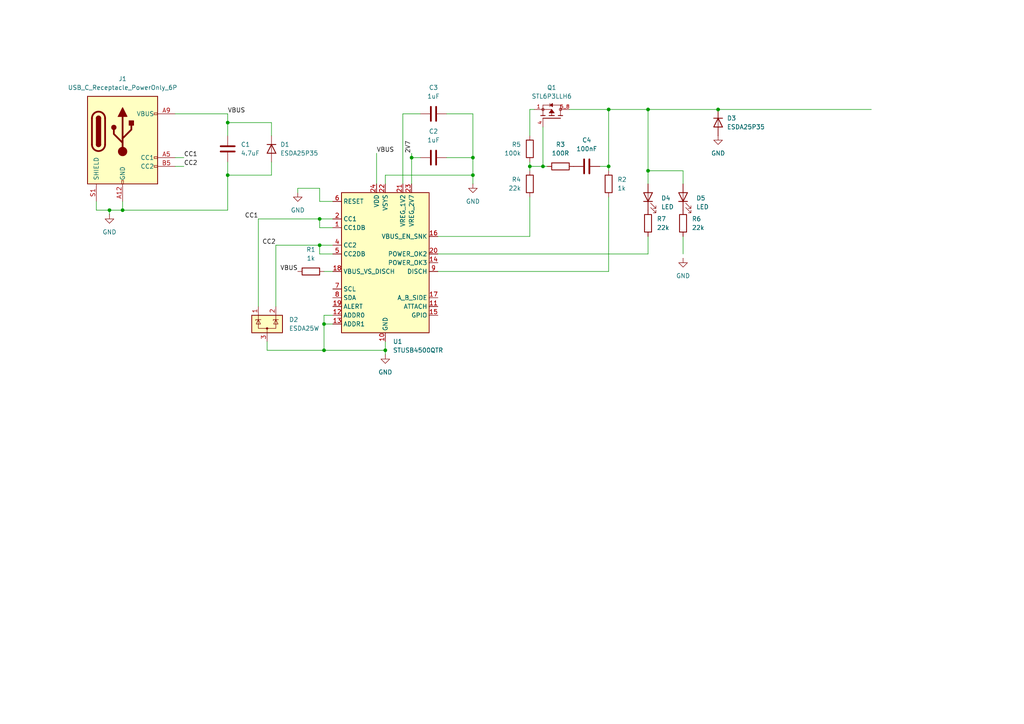
<source format=kicad_sch>
(kicad_sch (version 20231120) (generator "eeschema") (generator_version "8.0")
  (paper "A4")
  (lib_symbols
    (symbol "Connector:USB_C_Receptacle_PowerOnly_6P" (pin_names (offset 1.016))
      (property "Reference" "J" (at 0 16.51 0))
      (property "Value" "USB_C_Receptacle_PowerOnly_6P" (at 0 13.97 0))
      (symbol "USB_C_Receptacle_PowerOnly_6P_0_0"
        (rectangle (start -0.254 -12.7) (end 0.254 -11.684))
        (rectangle (start 10.16 -7.366) (end 9.144 -7.874))
        (rectangle (start 10.16 -4.826) (end 9.144 -5.334))
        (rectangle (start 10.16 7.874) (end 9.144 7.366))
      )
      (symbol "USB_C_Receptacle_PowerOnly_6P_0_1"
        (rectangle (start -10.16 12.7) (end 10.16 -12.7) (stroke (width 0.254)) (fill (type background)))
        (arc (start -8.89 -1.27) (mid -6.985 -3.1667) (end -5.08 -1.27) (stroke (width 0.508)))
        (arc (start -7.62 -1.27) (mid -6.985 -1.9023) (end -6.35 -1.27) (stroke (width 0.254)))
        (arc (start -7.62 -1.27) (mid -6.985 -1.9023) (end -6.35 -1.27) (stroke (width 0.254)) (fill (type outline)))
        (rectangle (start -7.62 -1.27) (end -6.35 6.35) (stroke (width 0.254)) (fill (type outline)))
        (arc (start -6.35 6.35) (mid -6.985 6.9823) (end -7.62 6.35) (stroke (width 0.254)))
        (arc (start -6.35 6.35) (mid -6.985 6.9823) (end -7.62 6.35) (stroke (width 0.254)) (fill (type outline)))
        (arc (start -5.08 6.35) (mid -6.985 8.2467) (end -8.89 6.35) (stroke (width 0.508)))
        (circle (center -2.54 3.683) (radius 0.635) (stroke (width 0.254)) (fill (type outline)))
        (circle (center 0 -3.302) (radius 1.27) (fill (type outline)))
        (polyline (pts (xy -8.89 -1.27) (xy -8.89 6.35)) (stroke (width 0.508)))
        (polyline (pts (xy -5.08 6.35) (xy -5.08 -1.27)) (stroke (width 0.508)))
        (polyline (pts (xy 0 -3.302) (xy 0 6.858)) (stroke (width 0.508)))
        (polyline (pts (xy 0 -0.762) (xy -2.54 1.778) (xy -2.54 3.048)) (stroke (width 0.508)))
        (polyline (pts (xy 0 0.508) (xy 2.54 3.048) (xy 2.54 4.318)) (stroke (width 0.508)))
        (polyline (pts (xy -1.27 6.858) (xy 0 9.398) (xy 1.27 6.858) (xy -1.27 6.858)) (stroke (width 0.254)) (fill (type outline)))
        (rectangle (start 1.905 4.318) (end 3.175 5.588) (stroke (width 0.254)) (fill (type outline)))
      )
      (symbol "USB_C_Receptacle_PowerOnly_6P_1_1"
        (pin passive line (at 0 -17.78 90) (length 5.08) (name "GND") (number "A12"))
        (pin bidirectional line (at 15.24 -5.08 180) (length 5.08) (name "CC1") (number "A5"))
        (pin passive line (at 15.24 7.62 180) (length 5.08) (name "VBUS") (number "A9"))
        (pin passive line (at 0 -17.78 90) (length 5.08) hide (name "GND") (number "B12"))
        (pin bidirectional line (at 15.24 -7.62 180) (length 5.08) (name "CC2") (number "B5"))
        (pin passive line (at 15.24 7.62 180) (length 5.08) hide (name "VBUS") (number "B9"))
        (pin passive line (at -7.62 -17.78 90) (length 5.08) (name "SHIELD") (number "S1"))
      )
    )
    (symbol "Device:C" (pin_numbers hide) (pin_names (offset 0.254))
      (property "Reference" "C" (at 0.635 2.54 0))
      (property "Value" "C" (at 0.635 -2.54 0))
      (symbol "C_0_1"
        (polyline (pts (xy -2.032 -0.762) (xy 2.032 -0.762)) (stroke (width 0.508)))
        (polyline (pts (xy -2.032 0.762) (xy 2.032 0.762)) (stroke (width 0.508)))
      )
      (symbol "C_1_1"
        (pin passive line (at 0 3.81 270) (length 2.794) (name "~") (number "1"))
        (pin passive line (at 0 -3.81 90) (length 2.794) (name "~") (number "2"))
      )
    )
    (symbol "Device:D" (pin_numbers hide) (pin_names (offset 1.016) hide)
      (property "Reference" "D" (at 0 2.54 0))
      (property "Value" "D" (at 0 -2.54 0))
      (symbol "D_0_1"
        (polyline (pts (xy -1.27 1.27) (xy -1.27 -1.27)) (stroke (width 0.254)))
        (polyline (pts (xy 1.27 0) (xy -1.27 0)))
        (polyline (pts (xy 1.27 1.27) (xy 1.27 -1.27) (xy -1.27 0) (xy 1.27 1.27)) (stroke (width 0.254)))
      )
      (symbol "D_1_1"
        (pin passive line (at -3.81 0 0) (length 2.54) (name "K") (number "1"))
        (pin passive line (at 3.81 0 180) (length 2.54) (name "A") (number "2"))
      )
    )
    (symbol "Device:LED" (pin_numbers hide) (pin_names (offset 1.016) hide)
      (property "Reference" "D" (at 0 2.54 0))
      (property "Value" "LED" (at 0 -2.54 0))
      (symbol "LED_0_1"
        (polyline (pts (xy -1.27 -1.27) (xy -1.27 1.27)) (stroke (width 0.254)))
        (polyline (pts (xy -1.27 0) (xy 1.27 0)))
        (polyline (pts (xy 1.27 -1.27) (xy 1.27 1.27) (xy -1.27 0) (xy 1.27 -1.27)) (stroke (width 0.254)))
        (polyline (pts (xy -3.048 -0.762) (xy -4.572 -2.286) (xy -3.81 -2.286) (xy -4.572 -2.286) (xy -4.572 -1.524)))
        (polyline (pts (xy -1.778 -0.762) (xy -3.302 -2.286) (xy -2.54 -2.286) (xy -3.302 -2.286) (xy -3.302 -1.524)))
      )
      (symbol "LED_1_1"
        (pin passive line (at -3.81 0 0) (length 2.54) (name "K") (number "1"))
        (pin passive line (at 3.81 0 180) (length 2.54) (name "A") (number "2"))
      )
    )
    (symbol "Device:R" (pin_numbers hide) (pin_names (offset 0))
      (property "Reference" "R" (at 2.032 0 90))
      (property "Value" "R" (at 0 0 90))
      (symbol "R_0_1"
        (rectangle (start -1.016 -2.54) (end 1.016 2.54) (stroke (width 0.254)))
      )
      (symbol "R_1_1"
        (pin passive line (at 0 3.81 270) (length 1.27) (name "~") (number "1"))
        (pin passive line (at 0 -3.81 90) (length 1.27) (name "~") (number "2"))
      )
    )
    (symbol "Interface_USB:STUSB4500QTR"
      (property "Reference" "U" (at -12.7 21.59 0))
      (property "Value" "STUSB4500QTR" (at 8.89 -21.59 0))
      (symbol "STUSB4500QTR_0_1"
        (rectangle (start -12.7 20.32) (end 12.7 -20.32) (stroke (width 0.254)) (fill (type background)))
      )
      (symbol "STUSB4500QTR_1_1"
        (pin bidirectional line (at -15.24 10.16 0) (length 2.54) (name "CC1DB") (number "1"))
        (pin power_in line (at 0 -22.86 90) (length 2.54) (name "GND") (number "10"))
        (pin open_collector line (at 15.24 -12.7 180) (length 2.54) (name "ATTACH") (number "11"))
        (pin input line (at -15.24 -15.24 0) (length 2.54) (name "ADDR0") (number "12"))
        (pin input line (at -15.24 -17.78 0) (length 2.54) (name "ADDR1") (number "13"))
        (pin open_collector line (at 15.24 0 180) (length 2.54) (name "POWER_OK3") (number "14"))
        (pin open_collector line (at 15.24 -15.24 180) (length 2.54) (name "GPIO") (number "15"))
        (pin open_collector line (at 15.24 7.62 180) (length 2.54) (name "VBUS_EN_SNK") (number "16"))
        (pin open_collector line (at 15.24 -10.16 180) (length 2.54) (name "A_B_SIDE") (number "17"))
        (pin input line (at -15.24 -2.54 0) (length 2.54) (name "VBUS_VS_DISCH") (number "18"))
        (pin open_collector line (at -15.24 -12.7 0) (length 2.54) (name "ALERT") (number "19"))
        (pin bidirectional line (at -15.24 12.7 0) (length 2.54) (name "CC1") (number "2"))
        (pin open_collector line (at 15.24 2.54 180) (length 2.54) (name "POWER_OK2") (number "20"))
        (pin power_out line (at 5.08 22.86 270) (length 2.54) (name "VREG_1V2") (number "21"))
        (pin power_in line (at 0 22.86 270) (length 2.54) (name "VSYS") (number "22"))
        (pin power_out line (at 7.62 22.86 270) (length 2.54) (name "VREG_2V7") (number "23"))
        (pin power_in line (at -2.54 22.86 270) (length 2.54) (name "VDD") (number "24"))
        (pin passive line (at 0 -22.86 90) (length 2.54) hide (name "GND") (number "25"))
        (pin no_connect line (at -12.7 15.24 0) (length 2.54) hide (name "NC") (number "3"))
        (pin bidirectional line (at -15.24 5.08 0) (length 2.54) (name "CC2") (number "4"))
        (pin bidirectional line (at -15.24 2.54 0) (length 2.54) (name "CC2DB") (number "5"))
        (pin input line (at -15.24 17.78 0) (length 2.54) (name "RESET") (number "6"))
        (pin input line (at -15.24 -7.62 0) (length 2.54) (name "SCL") (number "7"))
        (pin bidirectional line (at -15.24 -10.16 0) (length 2.54) (name "SDA") (number "8"))
        (pin bidirectional line (at 15.24 -2.54 180) (length 2.54) (name "DISCH") (number "9"))
      )
    )
    (symbol "Power_Protection:ESDA5V3L" (pin_names hide)
      (property "Reference" "D" (at 5.715 2.54 0))
      (property "Value" "ESDA5V3L" (at 5.715 0.635 0))
      (symbol "ESDA5V3L_0_0"
        (pin passive line (at 0 -5.08 90) (length 2.54) (name "A") (number "3"))
      )
      (symbol "ESDA5V3L_0_1"
        (rectangle (start -4.445 2.54) (end 4.445 -2.54) (stroke (width 0.254)) (fill (type background)))
        (circle (center 0 -1.27) (radius 0.254) (fill (type outline)))
        (polyline (pts (xy -2.54 2.54) (xy -2.54 1.27)))
        (polyline (pts (xy 0 -1.27) (xy 0 -2.54)))
        (polyline (pts (xy 2.54 2.54) (xy 2.54 1.27)))
        (polyline (pts (xy -3.302 1.016) (xy -3.302 1.27) (xy -1.905 1.27) (xy -1.778 1.27)))
        (polyline (pts (xy -2.54 1.27) (xy -2.54 -1.27) (xy 2.54 -1.27) (xy 2.54 1.27)))
        (polyline (pts (xy -2.54 1.27) (xy -1.905 0) (xy -3.175 0) (xy -2.54 1.27)))
        (polyline (pts (xy 1.778 1.016) (xy 1.778 1.27) (xy 3.175 1.27) (xy 3.302 1.27)))
        (polyline (pts (xy 2.54 1.27) (xy 1.905 0) (xy 3.175 0) (xy 2.54 1.27)))
      )
      (symbol "ESDA5V3L_1_1"
        (pin passive line (at -2.54 5.08 270) (length 2.54) (name "K") (number "1"))
        (pin passive line (at 2.54 5.08 270) (length 2.54) (name "K") (number "2"))
      )
    )
    (symbol "Relay_SolidState:STL6P3LLH6" (pin_names (offset 1.016))
      (property "Reference" "Q" (at -8.89 3.81 0))
      (property "Value" "STL6P3LLH6" (at -12.192 -2.54 0))
      (symbol "STL6P3LLH6_0_0"
        (polyline (pts (xy 0 -2.54) (xy 0 2.54)) (stroke (width 0.254)))
        (polyline (pts (xy 0.762 -3.175) (xy 0.762 -2.54)) (stroke (width 0.254)))
        (polyline (pts (xy 0.762 -2.54) (xy 0.762 -1.905)) (stroke (width 0.254)))
        (polyline (pts (xy 0.762 -2.54) (xy 3.81 -2.54)) (stroke (width 0.1524)))
        (polyline (pts (xy 0.762 -0.762) (xy 0.762 0)) (stroke (width 0.254)))
        (polyline (pts (xy 0.762 0) (xy 0.762 0.762)) (stroke (width 0.254)))
        (polyline (pts (xy 0.762 0) (xy 2.54 0)) (stroke (width 0.1524)))
        (polyline (pts (xy 0.762 1.905) (xy 0.762 2.54)) (stroke (width 0.254)))
        (polyline (pts (xy 0.762 2.54) (xy 0.762 3.175)) (stroke (width 0.254)))
        (polyline (pts (xy 2.54 0) (xy 2.54 2.54)) (stroke (width 0.1524)))
        (polyline (pts (xy 2.54 2.54) (xy 0.762 2.54)) (stroke (width 0.1524)))
        (polyline (pts (xy 2.54 2.54) (xy 3.81 2.54)) (stroke (width 0.1524)))
        (polyline (pts (xy 3.302 0.508) (xy 3.81 0.508)) (stroke (width 0.1524)))
        (polyline (pts (xy 3.81 -2.54) (xy 3.81 0.508)) (stroke (width 0.1524)))
        (polyline (pts (xy 3.81 0.508) (xy 3.81 2.54)) (stroke (width 0.1524)))
        (polyline (pts (xy 3.81 0.508) (xy 4.318 0.508)) (stroke (width 0.1524)))
        (polyline (pts (xy 2.54 0) (xy 1.524 0.762) (xy 1.524 -0.762) (xy 2.54 0)) (stroke (width 0.1524)) (fill (type outline)))
        (polyline (pts (xy 3.81 0.508) (xy 4.318 -0.254) (xy 3.302 -0.254) (xy 3.81 0.508)) (stroke (width 0.1524)) (fill (type outline)))
        (circle (center 2.54 -2.54) (radius 0.3592))
        (circle (center 2.54 2.54) (radius 0.3592))
        (pin passive line (at 2.54 5.08 270) (length 2.54) (name "~") (number "1"))
        (pin passive line (at -2.54 2.54 0) (length 2.54) (name "~") (number "4"))
        (pin passive line (at 2.54 -5.08 90) (length 2.54) (name "~") (number "5_8"))
      )
    )
    (symbol "power:GND" (power) (pin_numbers hide) (pin_names (offset 0) hide)
      (property "Value" "GND" (at 0 -3.81 0))
      (symbol "GND_0_1"
        (polyline (pts (xy 0 0) (xy 0 -1.27) (xy 1.27 -1.27) (xy 0 -2.54) (xy -1.27 -1.27) (xy 0 -1.27)))
      )
      (symbol "GND_1_1"
        (pin power_in line (at 0 0 270) (length 0) (name "~") (number "1"))
      )
    )
  )
  (junction (at 66.04 50.8))
  (junction (at 66.04 35.56))
  (junction (at 153.67 48.26))
  (junction (at 187.96 31.75))
  (junction (at 92.71 63.5))
  (junction (at 35.56 60.96))
  (junction (at 137.16 50.8))
  (junction (at 157.48 48.26))
  (junction (at 93.98 93.98))
  (junction (at 208.28 31.75))
  (junction (at 176.53 31.75))
  (junction (at 93.98 101.6))
  (junction (at 176.53 48.26))
  (junction (at 137.16 45.72))
  (junction (at 119.38 45.72))
  (junction (at 31.75 60.96))
  (junction (at 187.96 49.53))
  (junction (at 92.71 71.12))
  (junction (at 111.76 101.6))
  (wire (pts (xy 35.56 60.96) (xy 66.04 60.96)))
  (wire (pts (xy 127 68.58) (xy 153.67 68.58)))
  (wire (pts (xy 127 78.74) (xy 176.53 78.74)))
  (wire (pts (xy 27.94 60.96) (xy 27.94 58.42)))
  (wire (pts (xy 127 73.66) (xy 187.96 73.66)))
  (wire (pts (xy 92.71 73.66) (xy 92.71 71.12)))
  (wire (pts (xy 111.76 53.34) (xy 111.76 50.8)))
  (wire (pts (xy 78.74 35.56) (xy 66.04 35.56)))
  (wire (pts (xy 208.28 31.75) (xy 252.73 31.75)))
  (wire (pts (xy 176.53 49.53) (xy 176.53 48.26)))
  (wire (pts (xy 187.96 31.75) (xy 208.28 31.75)))
  (wire (pts (xy 187.96 49.53) (xy 187.96 53.34)))
  (wire (pts (xy 176.53 78.74) (xy 176.53 57.15)))
  (wire (pts (xy 153.67 46.99) (xy 153.67 48.26)))
  (wire (pts (xy 93.98 91.44) (xy 93.98 93.98)))
  (wire (pts (xy 93.98 78.74) (xy 96.52 78.74)))
  (wire (pts (xy 153.67 31.75) (xy 154.94 31.75)))
  (wire (pts (xy 77.47 99.06) (xy 77.47 101.6)))
  (wire (pts (xy 137.16 45.72) (xy 137.16 50.8)))
  (wire (pts (xy 111.76 102.87) (xy 111.76 101.6)))
  (wire (pts (xy 96.52 73.66) (xy 92.71 73.66)))
  (wire (pts (xy 86.36 54.61) (xy 86.36 55.88)))
  (wire (pts (xy 96.52 66.04) (xy 92.71 66.04)))
  (wire (pts (xy 129.54 33.02) (xy 137.16 33.02)))
  (wire (pts (xy 66.04 33.02) (xy 66.04 35.56)))
  (wire (pts (xy 165.1 31.75) (xy 176.53 31.75)))
  (wire (pts (xy 31.75 62.23) (xy 31.75 60.96)))
  (wire (pts (xy 111.76 50.8) (xy 137.16 50.8)))
  (wire (pts (xy 96.52 63.5) (xy 92.71 63.5)))
  (wire (pts (xy 111.76 99.06) (xy 111.76 101.6)))
  (wire (pts (xy 187.96 73.66) (xy 187.96 68.58)))
  (wire (pts (xy 66.04 60.96) (xy 66.04 50.8)))
  (wire (pts (xy 153.67 49.53) (xy 153.67 48.26)))
  (wire (pts (xy 66.04 35.56) (xy 66.04 39.37)))
  (wire (pts (xy 198.12 53.34) (xy 198.12 49.53)))
  (wire (pts (xy 153.67 39.37) (xy 153.67 31.75)))
  (wire (pts (xy 153.67 68.58) (xy 153.67 57.15)))
  (wire (pts (xy 119.38 45.72) (xy 119.38 53.34)))
  (wire (pts (xy 198.12 68.58) (xy 198.12 73.66)))
  (wire (pts (xy 157.48 36.83) (xy 157.48 48.26)))
  (wire (pts (xy 86.36 54.61) (xy 92.71 54.61)))
  (wire (pts (xy 121.92 33.02) (xy 116.84 33.02)))
  (wire (pts (xy 176.53 48.26) (xy 176.53 31.75)))
  (wire (pts (xy 31.75 60.96) (xy 35.56 60.96)))
  (wire (pts (xy 137.16 50.8) (xy 137.16 53.34)))
  (wire (pts (xy 78.74 39.37) (xy 78.74 35.56)))
  (wire (pts (xy 74.93 63.5) (xy 74.93 88.9)))
  (wire (pts (xy 116.84 33.02) (xy 116.84 53.34)))
  (wire (pts (xy 77.47 101.6) (xy 93.98 101.6)))
  (wire (pts (xy 153.67 48.26) (xy 157.48 48.26)))
  (wire (pts (xy 109.22 44.45) (xy 109.22 53.34)))
  (wire (pts (xy 187.96 31.75) (xy 187.96 49.53)))
  (wire (pts (xy 78.74 46.99) (xy 78.74 50.8)))
  (wire (pts (xy 157.48 48.26) (xy 158.75 48.26)))
  (wire (pts (xy 92.71 66.04) (xy 92.71 63.5)))
  (wire (pts (xy 176.53 31.75) (xy 187.96 31.75)))
  (wire (pts (xy 111.76 101.6) (xy 93.98 101.6)))
  (wire (pts (xy 66.04 50.8) (xy 66.04 46.99)))
  (wire (pts (xy 92.71 58.42) (xy 96.52 58.42)))
  (wire (pts (xy 129.54 45.72) (xy 137.16 45.72)))
  (wire (pts (xy 92.71 63.5) (xy 74.93 63.5)))
  (wire (pts (xy 80.01 71.12) (xy 80.01 88.9)))
  (wire (pts (xy 119.38 45.72) (xy 121.92 45.72)))
  (wire (pts (xy 35.56 60.96) (xy 35.56 58.42)))
  (wire (pts (xy 173.99 48.26) (xy 176.53 48.26)))
  (wire (pts (xy 92.71 54.61) (xy 92.71 58.42)))
  (wire (pts (xy 53.34 48.26) (xy 50.8 48.26)))
  (wire (pts (xy 96.52 91.44) (xy 93.98 91.44)))
  (wire (pts (xy 93.98 101.6) (xy 93.98 93.98)))
  (wire (pts (xy 50.8 33.02) (xy 66.04 33.02)))
  (wire (pts (xy 27.94 60.96) (xy 31.75 60.96)))
  (wire (pts (xy 198.12 49.53) (xy 187.96 49.53)))
  (wire (pts (xy 119.38 44.45) (xy 119.38 45.72)))
  (wire (pts (xy 53.34 45.72) (xy 50.8 45.72)))
  (wire (pts (xy 93.98 93.98) (xy 96.52 93.98)))
  (wire (pts (xy 96.52 71.12) (xy 92.71 71.12)))
  (wire (pts (xy 92.71 71.12) (xy 80.01 71.12)))
  (wire (pts (xy 78.74 50.8) (xy 66.04 50.8)))
  (wire (pts (xy 137.16 33.02) (xy 137.16 45.72)))
  (label "VBUS" (at 86.36 78.74 180))
  (label "VBUS" (at 66.04 33.02 0))
  (label "CC1" (at 53.34 45.72 0))
  (label "VBUS" (at 109.22 44.45 0))
  (label "CC1" (at 74.93 63.5 180))
  (label "CC2" (at 53.34 48.26 0))
  (label "2V7" (at 119.38 44.45 90))
  (label "CC2" (at 80.01 71.12 180))
  (symbol (lib_id "Relay_SolidState:STL6P3LLH6") (at 160.02 34.29 90) (unit 1)
    (property "Reference" "Q1" (at 160.02 25.4 90))
    (property "Value" "STL6P3LLH6" (at 160.02 27.94 90))
    (property "Footprint" "STL6P3LLH6:TRANS_STL6P3LLH6" (effects (hide yes)))
    (property "PARTREV" "4" (effects (hide yes)))
    (property "MANUFACTURER" "STMicroelectronics" (effects (hide yes)))
    (property "MAXIMUM_PACKAGE_HEIGHT" "0.9 mm" (effects (hide yes)))
    (property "STANDARD" "Manufacturer Recommendations" (effects (hide yes)))
  )
  (symbol (lib_id "power:GND") (at 208.28 39.37 0) (unit 1)
    (property "Reference" "#PWR05" (effects (hide yes)))
    (property "Value" "GND" (at 208.28 44.45 0))
    (property "Description" "Power symbol creates a global label with name \"GND\" , ground" (effects (hide yes)))
  )
  (symbol (lib_id "Device:C") (at 170.18 48.26 270) (unit 1)
    (property "Reference" "C4" (at 170.18 40.64 90))
    (property "Value" "100nF" (at 170.18 43.18 90))
    (property "Footprint" "Capacitor_SMD:C_0805_2012Metric_Pad1.18x1.45mm_HandSolder" (effects (hide yes)))
    (property "Description" "Unpolarized capacitor" (effects (hide yes)))
  )
  (symbol (lib_id "Device:R") (at 187.96 64.77 180) (unit 1)
    (property "Reference" "R7" (at 190.5 63.4999 0) (effects (justify right)))
    (property "Value" "22k" (at 190.5 66.0399 0) (effects (justify right)))
    (property "Footprint" "Resistor_SMD:R_0805_2012Metric_Pad1.20x1.40mm_HandSolder" (effects (hide yes)))
    (property "Description" "Resistor" (effects (hide yes)))
  )
  (symbol (lib_id "power:GND") (at 86.36 55.88 0) (unit 1)
    (property "Reference" "#PWR03" (effects (hide yes)))
    (property "Value" "GND" (at 86.36 60.96 0))
    (property "Description" "Power symbol creates a global label with name \"GND\" , ground" (effects (hide yes)))
  )
  (symbol (lib_id "Device:C") (at 66.04 43.18 0) (unit 1)
    (property "Reference" "C1" (at 69.85 41.9099 0) (effects (justify left)))
    (property "Value" "4.7uF" (at 69.85 44.4499 0) (effects (justify left)))
    (property "Footprint" "Capacitor_SMD:C_0805_2012Metric_Pad1.18x1.45mm_HandSolder" (effects (hide yes)))
    (property "Description" "Unpolarized capacitor" (effects (hide yes)))
  )
  (symbol (lib_id "Device:R") (at 162.56 48.26 90) (unit 1)
    (property "Reference" "R3" (at 162.56 41.91 90))
    (property "Value" "100R" (at 162.56 44.45 90))
    (property "Description" "Resistor" (effects (hide yes)))
  )
  (symbol (lib_id "Device:C") (at 125.73 33.02 270) (unit 1)
    (property "Reference" "C3" (at 125.73 25.4 90))
    (property "Value" "1uF" (at 125.73 27.94 90))
    (property "Footprint" "Capacitor_SMD:C_0805_2012Metric_Pad1.18x1.45mm_HandSolder" (effects (hide yes)))
    (property "Description" "Unpolarized capacitor" (effects (hide yes)))
  )
  (symbol (lib_id "Device:R") (at 153.67 43.18 0) (mirror x) (unit 1)
    (property "Reference" "R5" (at 151.13 41.9099 0) (effects (justify right)))
    (property "Value" "100k" (at 151.13 44.4499 0) (effects (justify right)))
    (property "Description" "Resistor" (effects (hide yes)))
  )
  (symbol (lib_id "Device:D") (at 208.28 35.56 270) (unit 1)
    (property "Reference" "D3" (at 210.82 34.2899 90) (effects (justify left)))
    (property "Value" "ESDA25P35" (at 210.82 36.8299 90) (effects (justify left)))
    (property "Footprint" "AT-Footprints:QFN1610_STM" (effects (hide yes)))
    (property "Description" "Diode" (effects (hide yes)))
    (property "Sim.Device" "D" (effects (hide yes)))
    (property "Sim.Pins" "1=K 2=A" (effects (hide yes)))
  )
  (symbol (lib_id "Device:R") (at 176.53 53.34 180) (unit 1)
    (property "Reference" "R2" (at 179.07 52.0699 0) (effects (justify right)))
    (property "Value" "1k" (at 179.07 54.6099 0) (effects (justify right)))
    (property "Description" "Resistor" (effects (hide yes)))
  )
  (symbol (lib_id "Power_Protection:ESDA5V3L") (at 77.47 93.98 0) (unit 1)
    (property "Reference" "D2" (at 83.82 92.7099 0) (effects (justify left)))
    (property "Value" "ESDA25W" (at 83.82 95.2499 0) (effects (justify left)))
    (property "Footprint" "Package_TO_SOT_SMD:SOT-323_SC-70_Handsoldering" (effects (hide yes)))
    (property "Datasheet" "https://www.st.com/resource/en/datasheet/esdal.pdf" (effects (hide yes)))
    (property "Description" "TVS Diode Array, 5.5V Standoff, 2 Channels, SOT23" (effects (hide yes)))
  )
  (symbol (lib_id "Device:D") (at 78.74 43.18 270) (unit 1)
    (property "Reference" "D1" (at 81.28 41.9099 90) (effects (justify left)))
    (property "Value" "ESDA25P35" (at 81.28 44.4499 90) (effects (justify left)))
    (property "Footprint" "AT-Footprints:QFN1610_STM" (effects (hide yes)))
    (property "Description" "Diode" (effects (hide yes)))
    (property "Sim.Device" "D" (effects (hide yes)))
    (property "Sim.Pins" "1=K 2=A" (effects (hide yes)))
  )
  (symbol (lib_id "Device:LED") (at 187.96 57.15 90) (unit 1)
    (property "Reference" "D4" (at 191.77 57.4674 90) (effects (justify right)))
    (property "Value" "LED" (at 191.77 60.0074 90) (effects (justify right)))
    (property "Footprint" "LED_SMD:LED_0805_2012Metric" (effects (hide yes)))
    (property "Description" "Light emitting diode" (effects (hide yes)))
  )
  (symbol (lib_id "Connector:USB_C_Receptacle_PowerOnly_6P") (at 35.56 40.64 0) (unit 1)
    (property "Reference" "J1" (at 35.56 22.86 0))
    (property "Value" "USB_C_Receptacle_PowerOnly_6P" (at 35.56 25.4 0))
    (property "Datasheet" "https://www.usb.org/sites/default/files/documents/usb_type-c.zip" (effects (hide yes)))
    (property "Description" "USB Power-Only 6P Type-C Receptacle connector" (effects (hide yes)))
  )
  (symbol (lib_id "power:GND") (at 198.12 74.93 0) (unit 1)
    (property "Reference" "#PWR06" (effects (hide yes)))
    (property "Value" "GND" (at 198.12 80.01 0))
    (property "Description" "Power symbol creates a global label with name \"GND\" , ground" (effects (hide yes)))
  )
  (symbol (lib_id "power:GND") (at 111.76 102.87 0) (unit 1)
    (property "Reference" "#PWR01" (effects (hide yes)))
    (property "Value" "GND" (at 111.76 107.95 0))
    (property "Description" "Power symbol creates a global label with name \"GND\" , ground" (effects (hide yes)))
  )
  (symbol (lib_id "power:GND") (at 31.75 62.23 0) (unit 1)
    (property "Reference" "#PWR02" (effects (hide yes)))
    (property "Value" "GND" (at 31.75 67.31 0))
    (property "Description" "Power symbol creates a global label with name \"GND\" , ground" (effects (hide yes)))
  )
  (symbol (lib_id "Interface_USB:STUSB4500QTR") (at 111.76 76.2 0) (unit 1)
    (property "Reference" "U1" (at 113.9541 99.06 0) (effects (justify left)))
    (property "Value" "STUSB4500QTR" (at 113.9541 101.6 0) (effects (justify left)))
    (property "Footprint" "Package_DFN_QFN:QFN-24-1EP_4x4mm_P0.5mm_EP2.7x2.7mm" (effects (hide yes)))
    (property "Datasheet" "https://www.st.com/resource/en/datasheet/stusb4500.pdf" (effects (hide yes)))
    (property "Description" "Stand-alone USB PD controller (with sink Auto-run mode), QFN-24" (effects (hide yes)))
  )
  (symbol (lib_id "Device:LED") (at 198.12 57.15 90) (unit 1)
    (property "Reference" "D5" (at 201.93 57.4674 90) (effects (justify right)))
    (property "Value" "LED" (at 201.93 60.0074 90) (effects (justify right)))
    (property "Footprint" "LED_SMD:LED_0805_2012Metric" (effects (hide yes)))
    (property "Description" "Light emitting diode" (effects (hide yes)))
  )
  (symbol (lib_id "power:GND") (at 137.16 53.34 0) (unit 1)
    (property "Reference" "#PWR04" (effects (hide yes)))
    (property "Value" "GND" (at 137.16 58.42 0))
    (property "Description" "Power symbol creates a global label with name \"GND\" , ground" (effects (hide yes)))
  )
  (symbol (lib_id "Device:R") (at 153.67 53.34 0) (mirror x) (unit 1)
    (property "Reference" "R4" (at 151.13 52.0699 0) (effects (justify right)))
    (property "Value" "22k" (at 151.13 54.6099 0) (effects (justify right)))
    (property "Description" "Resistor" (effects (hide yes)))
  )
  (symbol (lib_id "Device:R") (at 198.12 64.77 180) (unit 1)
    (property "Reference" "R6" (at 200.66 63.4999 0) (effects (justify right)))
    (property "Value" "22k" (at 200.66 66.0399 0) (effects (justify right)))
    (property "Footprint" "Resistor_SMD:R_0805_2012Metric_Pad1.20x1.40mm_HandSolder" (effects (hide yes)))
    (property "Description" "Resistor" (effects (hide yes)))
  )
  (symbol (lib_id "Device:R") (at 90.17 78.74 90) (unit 1)
    (property "Reference" "R1" (at 90.17 72.39 90))
    (property "Value" "1k" (at 90.17 74.93 90))
    (property "Description" "Resistor" (effects (hide yes)))
  )
  (symbol (lib_id "Device:C") (at 125.73 45.72 270) (unit 1)
    (property "Reference" "C2" (at 125.73 38.1 90))
    (property "Value" "1uF" (at 125.73 40.64 90))
    (property "Footprint" "Capacitor_SMD:C_0805_2012Metric_Pad1.18x1.45mm_HandSolder" (effects (hide yes)))
    (property "Description" "Unpolarized capacitor" (effects (hide yes)))
  )
)
</source>
